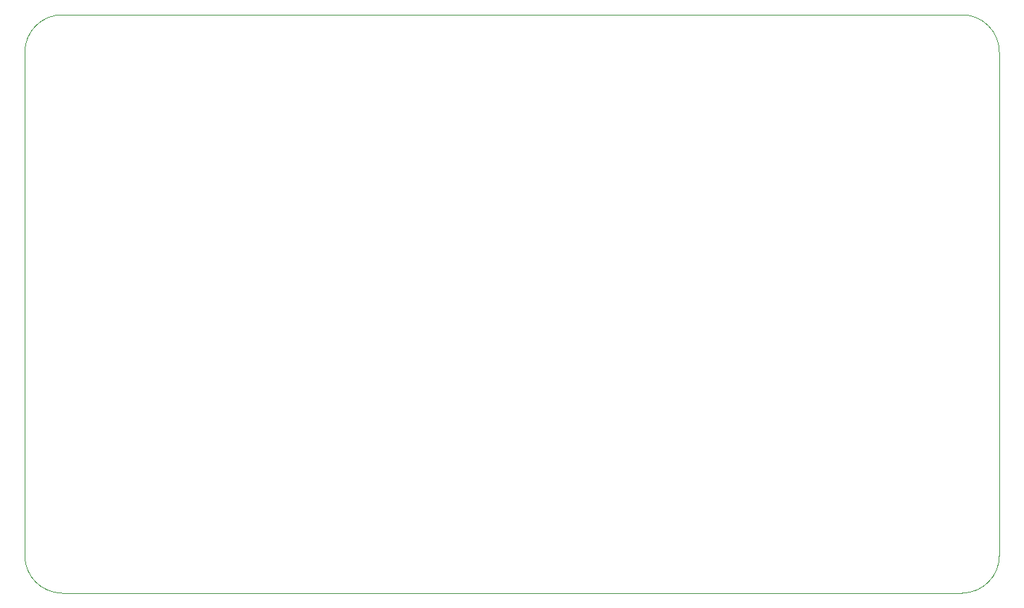
<source format=gbr>
G04 #@! TF.FileFunction,Profile,NP*
%FSLAX46Y46*%
G04 Gerber Fmt 4.6, Leading zero omitted, Abs format (unit mm)*
G04 Created by KiCad (PCBNEW 4.0.6) date 12/19/17 11:22:06*
%MOMM*%
%LPD*%
G01*
G04 APERTURE LIST*
%ADD10C,0.100000*%
G04 APERTURE END LIST*
D10*
X65000000Y-117500000D02*
X65000000Y-118000000D01*
X65000000Y-57500000D02*
X65000000Y-117500000D01*
X69500000Y-53000000D02*
G75*
G03X65000000Y-57500000I0J-4500000D01*
G01*
X65000000Y-118000000D02*
G75*
G03X69500000Y-122500000I4500000J0D01*
G01*
X177500000Y-122500000D02*
X69500000Y-122500000D01*
X177500000Y-53000000D02*
X69500000Y-53000000D01*
X177500000Y-122500000D02*
G75*
G03X182000000Y-118000000I0J4500000D01*
G01*
X182000000Y-57500000D02*
X182000000Y-118000000D01*
X182000000Y-57500000D02*
G75*
G03X177500000Y-53000000I-4500000J0D01*
G01*
M02*

</source>
